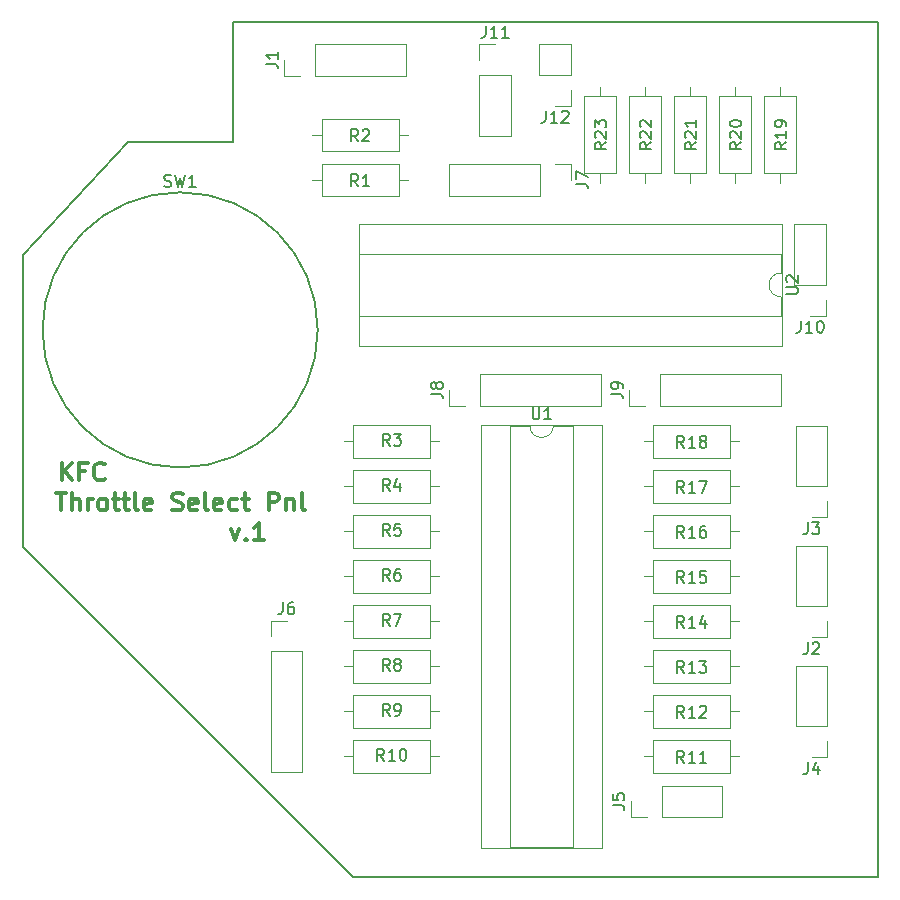
<source format=gbr>
G04 #@! TF.GenerationSoftware,KiCad,Pcbnew,(5.0.1)-4*
G04 #@! TF.CreationDate,2019-02-10T23:31:26-08:00*
G04 #@! TF.ProjectId,ThrottleControl,5468726F74746C65436F6E74726F6C2E,rev?*
G04 #@! TF.SameCoordinates,Original*
G04 #@! TF.FileFunction,Legend,Top*
G04 #@! TF.FilePolarity,Positive*
%FSLAX46Y46*%
G04 Gerber Fmt 4.6, Leading zero omitted, Abs format (unit mm)*
G04 Created by KiCad (PCBNEW (5.0.1)-4) date 2/10/2019 11:31:26 PM*
%MOMM*%
%LPD*%
G01*
G04 APERTURE LIST*
%ADD10C,0.300000*%
%ADD11C,0.200000*%
%ADD12C,0.120000*%
%ADD13C,0.150000*%
G04 APERTURE END LIST*
D10*
X123666428Y-87943571D02*
X124023571Y-88943571D01*
X124380714Y-87943571D01*
X124952142Y-88800714D02*
X125023571Y-88872142D01*
X124952142Y-88943571D01*
X124880714Y-88872142D01*
X124952142Y-88800714D01*
X124952142Y-88943571D01*
X126452142Y-88943571D02*
X125595000Y-88943571D01*
X126023571Y-88943571D02*
X126023571Y-87443571D01*
X125880714Y-87657857D01*
X125737857Y-87800714D01*
X125595000Y-87872142D01*
X109339285Y-83863571D02*
X109339285Y-82363571D01*
X110196428Y-83863571D02*
X109553571Y-83006428D01*
X110196428Y-82363571D02*
X109339285Y-83220714D01*
X111339285Y-83077857D02*
X110839285Y-83077857D01*
X110839285Y-83863571D02*
X110839285Y-82363571D01*
X111553571Y-82363571D01*
X112982142Y-83720714D02*
X112910714Y-83792142D01*
X112696428Y-83863571D01*
X112553571Y-83863571D01*
X112339285Y-83792142D01*
X112196428Y-83649285D01*
X112125000Y-83506428D01*
X112053571Y-83220714D01*
X112053571Y-83006428D01*
X112125000Y-82720714D01*
X112196428Y-82577857D01*
X112339285Y-82435000D01*
X112553571Y-82363571D01*
X112696428Y-82363571D01*
X112910714Y-82435000D01*
X112982142Y-82506428D01*
X108872142Y-84903571D02*
X109729285Y-84903571D01*
X109300714Y-86403571D02*
X109300714Y-84903571D01*
X110229285Y-86403571D02*
X110229285Y-84903571D01*
X110872142Y-86403571D02*
X110872142Y-85617857D01*
X110800714Y-85475000D01*
X110657857Y-85403571D01*
X110443571Y-85403571D01*
X110300714Y-85475000D01*
X110229285Y-85546428D01*
X111586428Y-86403571D02*
X111586428Y-85403571D01*
X111586428Y-85689285D02*
X111657857Y-85546428D01*
X111729285Y-85475000D01*
X111872142Y-85403571D01*
X112015000Y-85403571D01*
X112729285Y-86403571D02*
X112586428Y-86332142D01*
X112515000Y-86260714D01*
X112443571Y-86117857D01*
X112443571Y-85689285D01*
X112515000Y-85546428D01*
X112586428Y-85475000D01*
X112729285Y-85403571D01*
X112943571Y-85403571D01*
X113086428Y-85475000D01*
X113157857Y-85546428D01*
X113229285Y-85689285D01*
X113229285Y-86117857D01*
X113157857Y-86260714D01*
X113086428Y-86332142D01*
X112943571Y-86403571D01*
X112729285Y-86403571D01*
X113657857Y-85403571D02*
X114229285Y-85403571D01*
X113872142Y-84903571D02*
X113872142Y-86189285D01*
X113943571Y-86332142D01*
X114086428Y-86403571D01*
X114229285Y-86403571D01*
X114515000Y-85403571D02*
X115086428Y-85403571D01*
X114729285Y-84903571D02*
X114729285Y-86189285D01*
X114800714Y-86332142D01*
X114943571Y-86403571D01*
X115086428Y-86403571D01*
X115800714Y-86403571D02*
X115657857Y-86332142D01*
X115586428Y-86189285D01*
X115586428Y-84903571D01*
X116943571Y-86332142D02*
X116800714Y-86403571D01*
X116515000Y-86403571D01*
X116372142Y-86332142D01*
X116300714Y-86189285D01*
X116300714Y-85617857D01*
X116372142Y-85475000D01*
X116515000Y-85403571D01*
X116800714Y-85403571D01*
X116943571Y-85475000D01*
X117015000Y-85617857D01*
X117015000Y-85760714D01*
X116300714Y-85903571D01*
X118729285Y-86332142D02*
X118943571Y-86403571D01*
X119300714Y-86403571D01*
X119443571Y-86332142D01*
X119515000Y-86260714D01*
X119586428Y-86117857D01*
X119586428Y-85975000D01*
X119515000Y-85832142D01*
X119443571Y-85760714D01*
X119300714Y-85689285D01*
X119015000Y-85617857D01*
X118872142Y-85546428D01*
X118800714Y-85475000D01*
X118729285Y-85332142D01*
X118729285Y-85189285D01*
X118800714Y-85046428D01*
X118872142Y-84975000D01*
X119015000Y-84903571D01*
X119372142Y-84903571D01*
X119586428Y-84975000D01*
X120800714Y-86332142D02*
X120657857Y-86403571D01*
X120372142Y-86403571D01*
X120229285Y-86332142D01*
X120157857Y-86189285D01*
X120157857Y-85617857D01*
X120229285Y-85475000D01*
X120372142Y-85403571D01*
X120657857Y-85403571D01*
X120800714Y-85475000D01*
X120872142Y-85617857D01*
X120872142Y-85760714D01*
X120157857Y-85903571D01*
X121729285Y-86403571D02*
X121586428Y-86332142D01*
X121515000Y-86189285D01*
X121515000Y-84903571D01*
X122872142Y-86332142D02*
X122729285Y-86403571D01*
X122443571Y-86403571D01*
X122300714Y-86332142D01*
X122229285Y-86189285D01*
X122229285Y-85617857D01*
X122300714Y-85475000D01*
X122443571Y-85403571D01*
X122729285Y-85403571D01*
X122872142Y-85475000D01*
X122943571Y-85617857D01*
X122943571Y-85760714D01*
X122229285Y-85903571D01*
X124229285Y-86332142D02*
X124086428Y-86403571D01*
X123800714Y-86403571D01*
X123657857Y-86332142D01*
X123586428Y-86260714D01*
X123515000Y-86117857D01*
X123515000Y-85689285D01*
X123586428Y-85546428D01*
X123657857Y-85475000D01*
X123800714Y-85403571D01*
X124086428Y-85403571D01*
X124229285Y-85475000D01*
X124657857Y-85403571D02*
X125229285Y-85403571D01*
X124872142Y-84903571D02*
X124872142Y-86189285D01*
X124943571Y-86332142D01*
X125086428Y-86403571D01*
X125229285Y-86403571D01*
X126872142Y-86403571D02*
X126872142Y-84903571D01*
X127443571Y-84903571D01*
X127586428Y-84975000D01*
X127657857Y-85046428D01*
X127729285Y-85189285D01*
X127729285Y-85403571D01*
X127657857Y-85546428D01*
X127586428Y-85617857D01*
X127443571Y-85689285D01*
X126872142Y-85689285D01*
X128372142Y-85403571D02*
X128372142Y-86403571D01*
X128372142Y-85546428D02*
X128443571Y-85475000D01*
X128586428Y-85403571D01*
X128800714Y-85403571D01*
X128943571Y-85475000D01*
X129015000Y-85617857D01*
X129015000Y-86403571D01*
X129943571Y-86403571D02*
X129800714Y-86332142D01*
X129729285Y-86189285D01*
X129729285Y-84903571D01*
D11*
X178435000Y-117475000D02*
X178435000Y-45085000D01*
X133985000Y-117475000D02*
X178435000Y-117475000D01*
X106045000Y-89535000D02*
X133985000Y-117475000D01*
X106045000Y-64770000D02*
X106045000Y-89535000D01*
X114935000Y-55245000D02*
X106045000Y-64770000D01*
X123825000Y-55245000D02*
X114935000Y-55245000D01*
X123825000Y-45085000D02*
X123825000Y-55245000D01*
X178435000Y-45085000D02*
X123825000Y-45085000D01*
D12*
G04 #@! TO.C,J7*
X142180000Y-57090000D02*
X142180000Y-59750000D01*
X149860000Y-57090000D02*
X142180000Y-57090000D01*
X149860000Y-59750000D02*
X142180000Y-59750000D01*
X149860000Y-57090000D02*
X149860000Y-59750000D01*
X151130000Y-57090000D02*
X152460000Y-57090000D01*
X152460000Y-57090000D02*
X152460000Y-58420000D01*
G04 #@! TO.C,J2*
X174174536Y-97128480D02*
X172844536Y-97128480D01*
X174174536Y-95798480D02*
X174174536Y-97128480D01*
X174174536Y-94528480D02*
X171514536Y-94528480D01*
X171514536Y-94528480D02*
X171514536Y-89388480D01*
X174174536Y-94528480D02*
X174174536Y-89388480D01*
X174174536Y-89388480D02*
X171514536Y-89388480D01*
G04 #@! TO.C,J3*
X174174536Y-79228480D02*
X171514536Y-79228480D01*
X174174536Y-84368480D02*
X174174536Y-79228480D01*
X171514536Y-84368480D02*
X171514536Y-79228480D01*
X174174536Y-84368480D02*
X171514536Y-84368480D01*
X174174536Y-85638480D02*
X174174536Y-86968480D01*
X174174536Y-86968480D02*
X172844536Y-86968480D01*
G04 #@! TO.C,J4*
X174174536Y-99548480D02*
X171514536Y-99548480D01*
X174174536Y-104688480D02*
X174174536Y-99548480D01*
X171514536Y-104688480D02*
X171514536Y-99548480D01*
X174174536Y-104688480D02*
X171514536Y-104688480D01*
X174174536Y-105958480D02*
X174174536Y-107288480D01*
X174174536Y-107288480D02*
X172844536Y-107288480D01*
G04 #@! TO.C,J5*
X157544536Y-112368480D02*
X157544536Y-111038480D01*
X158874536Y-112368480D02*
X157544536Y-112368480D01*
X160144536Y-112368480D02*
X160144536Y-109708480D01*
X160144536Y-109708480D02*
X165284536Y-109708480D01*
X160144536Y-112368480D02*
X165284536Y-112368480D01*
X165284536Y-112368480D02*
X165284536Y-109708480D01*
G04 #@! TO.C,J6*
X127064536Y-108558480D02*
X129724536Y-108558480D01*
X127064536Y-98338480D02*
X127064536Y-108558480D01*
X129724536Y-98338480D02*
X129724536Y-108558480D01*
X127064536Y-98338480D02*
X129724536Y-98338480D01*
X127064536Y-97068480D02*
X127064536Y-95738480D01*
X127064536Y-95738480D02*
X128394536Y-95738480D01*
G04 #@! TO.C,J8*
X142180000Y-77530000D02*
X142180000Y-76200000D01*
X143510000Y-77530000D02*
X142180000Y-77530000D01*
X144780000Y-77530000D02*
X144780000Y-74870000D01*
X144780000Y-74870000D02*
X155000000Y-74870000D01*
X144780000Y-77530000D02*
X155000000Y-77530000D01*
X155000000Y-77530000D02*
X155000000Y-74870000D01*
G04 #@! TO.C,J9*
X170240000Y-77530000D02*
X170240000Y-74870000D01*
X160020000Y-77530000D02*
X170240000Y-77530000D01*
X160020000Y-74870000D02*
X170240000Y-74870000D01*
X160020000Y-77530000D02*
X160020000Y-74870000D01*
X158750000Y-77530000D02*
X157420000Y-77530000D01*
X157420000Y-77530000D02*
X157420000Y-76200000D01*
G04 #@! TO.C,J10*
X174050000Y-69910000D02*
X172720000Y-69910000D01*
X174050000Y-68580000D02*
X174050000Y-69910000D01*
X174050000Y-67310000D02*
X171390000Y-67310000D01*
X171390000Y-67310000D02*
X171390000Y-62170000D01*
X174050000Y-67310000D02*
X174050000Y-62170000D01*
X174050000Y-62170000D02*
X171390000Y-62170000D01*
G04 #@! TO.C,J11*
X144720000Y-54670000D02*
X147380000Y-54670000D01*
X144720000Y-49530000D02*
X144720000Y-54670000D01*
X147380000Y-49530000D02*
X147380000Y-54670000D01*
X144720000Y-49530000D02*
X147380000Y-49530000D01*
X144720000Y-48260000D02*
X144720000Y-46930000D01*
X144720000Y-46930000D02*
X146050000Y-46930000D01*
G04 #@! TO.C,J12*
X152460000Y-46930000D02*
X149800000Y-46930000D01*
X152460000Y-49530000D02*
X152460000Y-46930000D01*
X149800000Y-49530000D02*
X149800000Y-46930000D01*
X152460000Y-49530000D02*
X149800000Y-49530000D01*
X152460000Y-50800000D02*
X152460000Y-52130000D01*
X152460000Y-52130000D02*
X151130000Y-52130000D01*
G04 #@! TO.C,R1*
X130580000Y-58420000D02*
X131350000Y-58420000D01*
X138660000Y-58420000D02*
X137890000Y-58420000D01*
X131350000Y-59790000D02*
X137890000Y-59790000D01*
X131350000Y-57050000D02*
X131350000Y-59790000D01*
X137890000Y-57050000D02*
X131350000Y-57050000D01*
X137890000Y-59790000D02*
X137890000Y-57050000D01*
G04 #@! TO.C,R2*
X137890000Y-55980000D02*
X137890000Y-53240000D01*
X137890000Y-53240000D02*
X131350000Y-53240000D01*
X131350000Y-53240000D02*
X131350000Y-55980000D01*
X131350000Y-55980000D02*
X137890000Y-55980000D01*
X138660000Y-54610000D02*
X137890000Y-54610000D01*
X130580000Y-54610000D02*
X131350000Y-54610000D01*
G04 #@! TO.C,R3*
X141324536Y-80558480D02*
X140554536Y-80558480D01*
X133244536Y-80558480D02*
X134014536Y-80558480D01*
X140554536Y-79188480D02*
X134014536Y-79188480D01*
X140554536Y-81928480D02*
X140554536Y-79188480D01*
X134014536Y-81928480D02*
X140554536Y-81928480D01*
X134014536Y-79188480D02*
X134014536Y-81928480D01*
G04 #@! TO.C,R4*
X134014536Y-82998480D02*
X134014536Y-85738480D01*
X134014536Y-85738480D02*
X140554536Y-85738480D01*
X140554536Y-85738480D02*
X140554536Y-82998480D01*
X140554536Y-82998480D02*
X134014536Y-82998480D01*
X133244536Y-84368480D02*
X134014536Y-84368480D01*
X141324536Y-84368480D02*
X140554536Y-84368480D01*
G04 #@! TO.C,R5*
X141324536Y-88178480D02*
X140554536Y-88178480D01*
X133244536Y-88178480D02*
X134014536Y-88178480D01*
X140554536Y-86808480D02*
X134014536Y-86808480D01*
X140554536Y-89548480D02*
X140554536Y-86808480D01*
X134014536Y-89548480D02*
X140554536Y-89548480D01*
X134014536Y-86808480D02*
X134014536Y-89548480D01*
G04 #@! TO.C,R6*
X134014536Y-90618480D02*
X134014536Y-93358480D01*
X134014536Y-93358480D02*
X140554536Y-93358480D01*
X140554536Y-93358480D02*
X140554536Y-90618480D01*
X140554536Y-90618480D02*
X134014536Y-90618480D01*
X133244536Y-91988480D02*
X134014536Y-91988480D01*
X141324536Y-91988480D02*
X140554536Y-91988480D01*
G04 #@! TO.C,R7*
X141324536Y-95798480D02*
X140554536Y-95798480D01*
X133244536Y-95798480D02*
X134014536Y-95798480D01*
X140554536Y-94428480D02*
X134014536Y-94428480D01*
X140554536Y-97168480D02*
X140554536Y-94428480D01*
X134014536Y-97168480D02*
X140554536Y-97168480D01*
X134014536Y-94428480D02*
X134014536Y-97168480D01*
G04 #@! TO.C,R8*
X134014536Y-98238480D02*
X134014536Y-100978480D01*
X134014536Y-100978480D02*
X140554536Y-100978480D01*
X140554536Y-100978480D02*
X140554536Y-98238480D01*
X140554536Y-98238480D02*
X134014536Y-98238480D01*
X133244536Y-99608480D02*
X134014536Y-99608480D01*
X141324536Y-99608480D02*
X140554536Y-99608480D01*
G04 #@! TO.C,R9*
X141324536Y-103418480D02*
X140554536Y-103418480D01*
X133244536Y-103418480D02*
X134014536Y-103418480D01*
X140554536Y-102048480D02*
X134014536Y-102048480D01*
X140554536Y-104788480D02*
X140554536Y-102048480D01*
X134014536Y-104788480D02*
X140554536Y-104788480D01*
X134014536Y-102048480D02*
X134014536Y-104788480D01*
G04 #@! TO.C,R10*
X134014536Y-105858480D02*
X134014536Y-108598480D01*
X134014536Y-108598480D02*
X140554536Y-108598480D01*
X140554536Y-108598480D02*
X140554536Y-105858480D01*
X140554536Y-105858480D02*
X134014536Y-105858480D01*
X133244536Y-107228480D02*
X134014536Y-107228480D01*
X141324536Y-107228480D02*
X140554536Y-107228480D01*
G04 #@! TO.C,R11*
X158644536Y-107228480D02*
X159414536Y-107228480D01*
X166724536Y-107228480D02*
X165954536Y-107228480D01*
X159414536Y-108598480D02*
X165954536Y-108598480D01*
X159414536Y-105858480D02*
X159414536Y-108598480D01*
X165954536Y-105858480D02*
X159414536Y-105858480D01*
X165954536Y-108598480D02*
X165954536Y-105858480D01*
G04 #@! TO.C,R12*
X165954536Y-104788480D02*
X165954536Y-102048480D01*
X165954536Y-102048480D02*
X159414536Y-102048480D01*
X159414536Y-102048480D02*
X159414536Y-104788480D01*
X159414536Y-104788480D02*
X165954536Y-104788480D01*
X166724536Y-103418480D02*
X165954536Y-103418480D01*
X158644536Y-103418480D02*
X159414536Y-103418480D01*
G04 #@! TO.C,R13*
X158644536Y-99608480D02*
X159414536Y-99608480D01*
X166724536Y-99608480D02*
X165954536Y-99608480D01*
X159414536Y-100978480D02*
X165954536Y-100978480D01*
X159414536Y-98238480D02*
X159414536Y-100978480D01*
X165954536Y-98238480D02*
X159414536Y-98238480D01*
X165954536Y-100978480D02*
X165954536Y-98238480D01*
G04 #@! TO.C,R14*
X165954536Y-97168480D02*
X165954536Y-94428480D01*
X165954536Y-94428480D02*
X159414536Y-94428480D01*
X159414536Y-94428480D02*
X159414536Y-97168480D01*
X159414536Y-97168480D02*
X165954536Y-97168480D01*
X166724536Y-95798480D02*
X165954536Y-95798480D01*
X158644536Y-95798480D02*
X159414536Y-95798480D01*
G04 #@! TO.C,R15*
X158644536Y-91988480D02*
X159414536Y-91988480D01*
X166724536Y-91988480D02*
X165954536Y-91988480D01*
X159414536Y-93358480D02*
X165954536Y-93358480D01*
X159414536Y-90618480D02*
X159414536Y-93358480D01*
X165954536Y-90618480D02*
X159414536Y-90618480D01*
X165954536Y-93358480D02*
X165954536Y-90618480D01*
G04 #@! TO.C,R16*
X165954536Y-89548480D02*
X165954536Y-86808480D01*
X165954536Y-86808480D02*
X159414536Y-86808480D01*
X159414536Y-86808480D02*
X159414536Y-89548480D01*
X159414536Y-89548480D02*
X165954536Y-89548480D01*
X166724536Y-88178480D02*
X165954536Y-88178480D01*
X158644536Y-88178480D02*
X159414536Y-88178480D01*
G04 #@! TO.C,R17*
X158644536Y-84368480D02*
X159414536Y-84368480D01*
X166724536Y-84368480D02*
X165954536Y-84368480D01*
X159414536Y-85738480D02*
X165954536Y-85738480D01*
X159414536Y-82998480D02*
X159414536Y-85738480D01*
X165954536Y-82998480D02*
X159414536Y-82998480D01*
X165954536Y-85738480D02*
X165954536Y-82998480D01*
G04 #@! TO.C,R18*
X165954536Y-81928480D02*
X165954536Y-79188480D01*
X165954536Y-79188480D02*
X159414536Y-79188480D01*
X159414536Y-79188480D02*
X159414536Y-81928480D01*
X159414536Y-81928480D02*
X165954536Y-81928480D01*
X166724536Y-80558480D02*
X165954536Y-80558480D01*
X158644536Y-80558480D02*
X159414536Y-80558480D01*
G04 #@! TO.C,R19*
X171550000Y-51340000D02*
X168810000Y-51340000D01*
X168810000Y-51340000D02*
X168810000Y-57880000D01*
X168810000Y-57880000D02*
X171550000Y-57880000D01*
X171550000Y-57880000D02*
X171550000Y-51340000D01*
X170180000Y-50570000D02*
X170180000Y-51340000D01*
X170180000Y-58650000D02*
X170180000Y-57880000D01*
G04 #@! TO.C,R20*
X166370000Y-58650000D02*
X166370000Y-57880000D01*
X166370000Y-50570000D02*
X166370000Y-51340000D01*
X167740000Y-57880000D02*
X167740000Y-51340000D01*
X165000000Y-57880000D02*
X167740000Y-57880000D01*
X165000000Y-51340000D02*
X165000000Y-57880000D01*
X167740000Y-51340000D02*
X165000000Y-51340000D01*
G04 #@! TO.C,R21*
X163930000Y-51340000D02*
X161190000Y-51340000D01*
X161190000Y-51340000D02*
X161190000Y-57880000D01*
X161190000Y-57880000D02*
X163930000Y-57880000D01*
X163930000Y-57880000D02*
X163930000Y-51340000D01*
X162560000Y-50570000D02*
X162560000Y-51340000D01*
X162560000Y-58650000D02*
X162560000Y-57880000D01*
G04 #@! TO.C,R22*
X160120000Y-51340000D02*
X157380000Y-51340000D01*
X157380000Y-51340000D02*
X157380000Y-57880000D01*
X157380000Y-57880000D02*
X160120000Y-57880000D01*
X160120000Y-57880000D02*
X160120000Y-51340000D01*
X158750000Y-50570000D02*
X158750000Y-51340000D01*
X158750000Y-58650000D02*
X158750000Y-57880000D01*
G04 #@! TO.C,R23*
X154940000Y-58650000D02*
X154940000Y-57880000D01*
X154940000Y-50570000D02*
X154940000Y-51340000D01*
X156310000Y-57880000D02*
X156310000Y-51340000D01*
X153570000Y-57880000D02*
X156310000Y-57880000D01*
X153570000Y-51340000D02*
X153570000Y-57880000D01*
X156310000Y-51340000D02*
X153570000Y-51340000D01*
D13*
G04 #@! TO.C,SW1*
X131030000Y-71120000D02*
G75*
G03X131030000Y-71120000I-11650000J0D01*
G01*
D12*
G04 #@! TO.C,U1*
X150984536Y-79228480D02*
G75*
G02X148984536Y-79228480I-1000000J0D01*
G01*
X148984536Y-79228480D02*
X147334536Y-79228480D01*
X147334536Y-79228480D02*
X147334536Y-114908480D01*
X147334536Y-114908480D02*
X152634536Y-114908480D01*
X152634536Y-114908480D02*
X152634536Y-79228480D01*
X152634536Y-79228480D02*
X150984536Y-79228480D01*
X144844536Y-79168480D02*
X144844536Y-114968480D01*
X144844536Y-114968480D02*
X155124536Y-114968480D01*
X155124536Y-114968480D02*
X155124536Y-79168480D01*
X155124536Y-79168480D02*
X144844536Y-79168480D01*
G04 #@! TO.C,U2*
X170300000Y-72450000D02*
X170300000Y-62170000D01*
X134500000Y-72450000D02*
X170300000Y-72450000D01*
X134500000Y-62170000D02*
X134500000Y-72450000D01*
X170300000Y-62170000D02*
X134500000Y-62170000D01*
X170240000Y-69960000D02*
X170240000Y-68310000D01*
X134560000Y-69960000D02*
X170240000Y-69960000D01*
X134560000Y-64660000D02*
X134560000Y-69960000D01*
X170240000Y-64660000D02*
X134560000Y-64660000D01*
X170240000Y-66310000D02*
X170240000Y-64660000D01*
X170240000Y-68310000D02*
G75*
G02X170240000Y-66310000I0J1000000D01*
G01*
G04 #@! TO.C,J1*
X138490000Y-49590000D02*
X138490000Y-46930000D01*
X130810000Y-49590000D02*
X138490000Y-49590000D01*
X130810000Y-46930000D02*
X138490000Y-46930000D01*
X130810000Y-49590000D02*
X130810000Y-46930000D01*
X129540000Y-49590000D02*
X128210000Y-49590000D01*
X128210000Y-49590000D02*
X128210000Y-48260000D01*
G04 #@! TD*
G04 #@! TO.C,J7*
D13*
X152912380Y-58753333D02*
X153626666Y-58753333D01*
X153769523Y-58800952D01*
X153864761Y-58896190D01*
X153912380Y-59039047D01*
X153912380Y-59134285D01*
X152912380Y-58372380D02*
X152912380Y-57705714D01*
X153912380Y-58134285D01*
G04 #@! TO.C,J2*
X172511202Y-97580860D02*
X172511202Y-98295146D01*
X172463583Y-98438003D01*
X172368345Y-98533241D01*
X172225488Y-98580860D01*
X172130250Y-98580860D01*
X172939774Y-97676099D02*
X172987393Y-97628480D01*
X173082631Y-97580860D01*
X173320726Y-97580860D01*
X173415964Y-97628480D01*
X173463583Y-97676099D01*
X173511202Y-97771337D01*
X173511202Y-97866575D01*
X173463583Y-98009432D01*
X172892155Y-98580860D01*
X173511202Y-98580860D01*
G04 #@! TO.C,J3*
X172511202Y-87420860D02*
X172511202Y-88135146D01*
X172463583Y-88278003D01*
X172368345Y-88373241D01*
X172225488Y-88420860D01*
X172130250Y-88420860D01*
X172892155Y-87420860D02*
X173511202Y-87420860D01*
X173177869Y-87801813D01*
X173320726Y-87801813D01*
X173415964Y-87849432D01*
X173463583Y-87897051D01*
X173511202Y-87992289D01*
X173511202Y-88230384D01*
X173463583Y-88325622D01*
X173415964Y-88373241D01*
X173320726Y-88420860D01*
X173035012Y-88420860D01*
X172939774Y-88373241D01*
X172892155Y-88325622D01*
G04 #@! TO.C,J4*
X172511202Y-107740860D02*
X172511202Y-108455146D01*
X172463583Y-108598003D01*
X172368345Y-108693241D01*
X172225488Y-108740860D01*
X172130250Y-108740860D01*
X173415964Y-108074194D02*
X173415964Y-108740860D01*
X173177869Y-107693241D02*
X172939774Y-108407527D01*
X173558821Y-108407527D01*
G04 #@! TO.C,J5*
X155996916Y-111371813D02*
X156711202Y-111371813D01*
X156854059Y-111419432D01*
X156949297Y-111514670D01*
X156996916Y-111657527D01*
X156996916Y-111752765D01*
X155996916Y-110419432D02*
X155996916Y-110895622D01*
X156473107Y-110943241D01*
X156425488Y-110895622D01*
X156377869Y-110800384D01*
X156377869Y-110562289D01*
X156425488Y-110467051D01*
X156473107Y-110419432D01*
X156568345Y-110371813D01*
X156806440Y-110371813D01*
X156901678Y-110419432D01*
X156949297Y-110467051D01*
X156996916Y-110562289D01*
X156996916Y-110800384D01*
X156949297Y-110895622D01*
X156901678Y-110943241D01*
G04 #@! TO.C,J6*
X128061202Y-94190860D02*
X128061202Y-94905146D01*
X128013583Y-95048003D01*
X127918345Y-95143241D01*
X127775488Y-95190860D01*
X127680250Y-95190860D01*
X128965964Y-94190860D02*
X128775488Y-94190860D01*
X128680250Y-94238480D01*
X128632631Y-94286099D01*
X128537393Y-94428956D01*
X128489774Y-94619432D01*
X128489774Y-95000384D01*
X128537393Y-95095622D01*
X128585012Y-95143241D01*
X128680250Y-95190860D01*
X128870726Y-95190860D01*
X128965964Y-95143241D01*
X129013583Y-95095622D01*
X129061202Y-95000384D01*
X129061202Y-94762289D01*
X129013583Y-94667051D01*
X128965964Y-94619432D01*
X128870726Y-94571813D01*
X128680250Y-94571813D01*
X128585012Y-94619432D01*
X128537393Y-94667051D01*
X128489774Y-94762289D01*
G04 #@! TO.C,J8*
X140632380Y-76533333D02*
X141346666Y-76533333D01*
X141489523Y-76580952D01*
X141584761Y-76676190D01*
X141632380Y-76819047D01*
X141632380Y-76914285D01*
X141060952Y-75914285D02*
X141013333Y-76009523D01*
X140965714Y-76057142D01*
X140870476Y-76104761D01*
X140822857Y-76104761D01*
X140727619Y-76057142D01*
X140680000Y-76009523D01*
X140632380Y-75914285D01*
X140632380Y-75723809D01*
X140680000Y-75628571D01*
X140727619Y-75580952D01*
X140822857Y-75533333D01*
X140870476Y-75533333D01*
X140965714Y-75580952D01*
X141013333Y-75628571D01*
X141060952Y-75723809D01*
X141060952Y-75914285D01*
X141108571Y-76009523D01*
X141156190Y-76057142D01*
X141251428Y-76104761D01*
X141441904Y-76104761D01*
X141537142Y-76057142D01*
X141584761Y-76009523D01*
X141632380Y-75914285D01*
X141632380Y-75723809D01*
X141584761Y-75628571D01*
X141537142Y-75580952D01*
X141441904Y-75533333D01*
X141251428Y-75533333D01*
X141156190Y-75580952D01*
X141108571Y-75628571D01*
X141060952Y-75723809D01*
G04 #@! TO.C,J9*
X155872380Y-76533333D02*
X156586666Y-76533333D01*
X156729523Y-76580952D01*
X156824761Y-76676190D01*
X156872380Y-76819047D01*
X156872380Y-76914285D01*
X156872380Y-76009523D02*
X156872380Y-75819047D01*
X156824761Y-75723809D01*
X156777142Y-75676190D01*
X156634285Y-75580952D01*
X156443809Y-75533333D01*
X156062857Y-75533333D01*
X155967619Y-75580952D01*
X155920000Y-75628571D01*
X155872380Y-75723809D01*
X155872380Y-75914285D01*
X155920000Y-76009523D01*
X155967619Y-76057142D01*
X156062857Y-76104761D01*
X156300952Y-76104761D01*
X156396190Y-76057142D01*
X156443809Y-76009523D01*
X156491428Y-75914285D01*
X156491428Y-75723809D01*
X156443809Y-75628571D01*
X156396190Y-75580952D01*
X156300952Y-75533333D01*
G04 #@! TO.C,J10*
X171910476Y-70362380D02*
X171910476Y-71076666D01*
X171862857Y-71219523D01*
X171767619Y-71314761D01*
X171624761Y-71362380D01*
X171529523Y-71362380D01*
X172910476Y-71362380D02*
X172339047Y-71362380D01*
X172624761Y-71362380D02*
X172624761Y-70362380D01*
X172529523Y-70505238D01*
X172434285Y-70600476D01*
X172339047Y-70648095D01*
X173529523Y-70362380D02*
X173624761Y-70362380D01*
X173720000Y-70410000D01*
X173767619Y-70457619D01*
X173815238Y-70552857D01*
X173862857Y-70743333D01*
X173862857Y-70981428D01*
X173815238Y-71171904D01*
X173767619Y-71267142D01*
X173720000Y-71314761D01*
X173624761Y-71362380D01*
X173529523Y-71362380D01*
X173434285Y-71314761D01*
X173386666Y-71267142D01*
X173339047Y-71171904D01*
X173291428Y-70981428D01*
X173291428Y-70743333D01*
X173339047Y-70552857D01*
X173386666Y-70457619D01*
X173434285Y-70410000D01*
X173529523Y-70362380D01*
G04 #@! TO.C,J11*
X145240476Y-45382380D02*
X145240476Y-46096666D01*
X145192857Y-46239523D01*
X145097619Y-46334761D01*
X144954761Y-46382380D01*
X144859523Y-46382380D01*
X146240476Y-46382380D02*
X145669047Y-46382380D01*
X145954761Y-46382380D02*
X145954761Y-45382380D01*
X145859523Y-45525238D01*
X145764285Y-45620476D01*
X145669047Y-45668095D01*
X147192857Y-46382380D02*
X146621428Y-46382380D01*
X146907142Y-46382380D02*
X146907142Y-45382380D01*
X146811904Y-45525238D01*
X146716666Y-45620476D01*
X146621428Y-45668095D01*
G04 #@! TO.C,J12*
X150320476Y-52582380D02*
X150320476Y-53296666D01*
X150272857Y-53439523D01*
X150177619Y-53534761D01*
X150034761Y-53582380D01*
X149939523Y-53582380D01*
X151320476Y-53582380D02*
X150749047Y-53582380D01*
X151034761Y-53582380D02*
X151034761Y-52582380D01*
X150939523Y-52725238D01*
X150844285Y-52820476D01*
X150749047Y-52868095D01*
X151701428Y-52677619D02*
X151749047Y-52630000D01*
X151844285Y-52582380D01*
X152082380Y-52582380D01*
X152177619Y-52630000D01*
X152225238Y-52677619D01*
X152272857Y-52772857D01*
X152272857Y-52868095D01*
X152225238Y-53010952D01*
X151653809Y-53582380D01*
X152272857Y-53582380D01*
G04 #@! TO.C,R1*
X134453333Y-58956380D02*
X134120000Y-58480190D01*
X133881904Y-58956380D02*
X133881904Y-57956380D01*
X134262857Y-57956380D01*
X134358095Y-58004000D01*
X134405714Y-58051619D01*
X134453333Y-58146857D01*
X134453333Y-58289714D01*
X134405714Y-58384952D01*
X134358095Y-58432571D01*
X134262857Y-58480190D01*
X133881904Y-58480190D01*
X135405714Y-58956380D02*
X134834285Y-58956380D01*
X135120000Y-58956380D02*
X135120000Y-57956380D01*
X135024761Y-58099238D01*
X134929523Y-58194476D01*
X134834285Y-58242095D01*
G04 #@! TO.C,R2*
X134453333Y-55146380D02*
X134120000Y-54670190D01*
X133881904Y-55146380D02*
X133881904Y-54146380D01*
X134262857Y-54146380D01*
X134358095Y-54194000D01*
X134405714Y-54241619D01*
X134453333Y-54336857D01*
X134453333Y-54479714D01*
X134405714Y-54574952D01*
X134358095Y-54622571D01*
X134262857Y-54670190D01*
X133881904Y-54670190D01*
X134834285Y-54241619D02*
X134881904Y-54194000D01*
X134977142Y-54146380D01*
X135215238Y-54146380D01*
X135310476Y-54194000D01*
X135358095Y-54241619D01*
X135405714Y-54336857D01*
X135405714Y-54432095D01*
X135358095Y-54574952D01*
X134786666Y-55146380D01*
X135405714Y-55146380D01*
G04 #@! TO.C,R3*
X137117869Y-80926860D02*
X136784536Y-80450670D01*
X136546440Y-80926860D02*
X136546440Y-79926860D01*
X136927393Y-79926860D01*
X137022631Y-79974480D01*
X137070250Y-80022099D01*
X137117869Y-80117337D01*
X137117869Y-80260194D01*
X137070250Y-80355432D01*
X137022631Y-80403051D01*
X136927393Y-80450670D01*
X136546440Y-80450670D01*
X137451202Y-79926860D02*
X138070250Y-79926860D01*
X137736916Y-80307813D01*
X137879774Y-80307813D01*
X137975012Y-80355432D01*
X138022631Y-80403051D01*
X138070250Y-80498289D01*
X138070250Y-80736384D01*
X138022631Y-80831622D01*
X137975012Y-80879241D01*
X137879774Y-80926860D01*
X137594059Y-80926860D01*
X137498821Y-80879241D01*
X137451202Y-80831622D01*
G04 #@! TO.C,R4*
X137117869Y-84736860D02*
X136784536Y-84260670D01*
X136546440Y-84736860D02*
X136546440Y-83736860D01*
X136927393Y-83736860D01*
X137022631Y-83784480D01*
X137070250Y-83832099D01*
X137117869Y-83927337D01*
X137117869Y-84070194D01*
X137070250Y-84165432D01*
X137022631Y-84213051D01*
X136927393Y-84260670D01*
X136546440Y-84260670D01*
X137975012Y-84070194D02*
X137975012Y-84736860D01*
X137736916Y-83689241D02*
X137498821Y-84403527D01*
X138117869Y-84403527D01*
G04 #@! TO.C,R5*
X137117869Y-88546860D02*
X136784536Y-88070670D01*
X136546440Y-88546860D02*
X136546440Y-87546860D01*
X136927393Y-87546860D01*
X137022631Y-87594480D01*
X137070250Y-87642099D01*
X137117869Y-87737337D01*
X137117869Y-87880194D01*
X137070250Y-87975432D01*
X137022631Y-88023051D01*
X136927393Y-88070670D01*
X136546440Y-88070670D01*
X138022631Y-87546860D02*
X137546440Y-87546860D01*
X137498821Y-88023051D01*
X137546440Y-87975432D01*
X137641678Y-87927813D01*
X137879774Y-87927813D01*
X137975012Y-87975432D01*
X138022631Y-88023051D01*
X138070250Y-88118289D01*
X138070250Y-88356384D01*
X138022631Y-88451622D01*
X137975012Y-88499241D01*
X137879774Y-88546860D01*
X137641678Y-88546860D01*
X137546440Y-88499241D01*
X137498821Y-88451622D01*
G04 #@! TO.C,R6*
X137117869Y-92356860D02*
X136784536Y-91880670D01*
X136546440Y-92356860D02*
X136546440Y-91356860D01*
X136927393Y-91356860D01*
X137022631Y-91404480D01*
X137070250Y-91452099D01*
X137117869Y-91547337D01*
X137117869Y-91690194D01*
X137070250Y-91785432D01*
X137022631Y-91833051D01*
X136927393Y-91880670D01*
X136546440Y-91880670D01*
X137975012Y-91356860D02*
X137784536Y-91356860D01*
X137689297Y-91404480D01*
X137641678Y-91452099D01*
X137546440Y-91594956D01*
X137498821Y-91785432D01*
X137498821Y-92166384D01*
X137546440Y-92261622D01*
X137594059Y-92309241D01*
X137689297Y-92356860D01*
X137879774Y-92356860D01*
X137975012Y-92309241D01*
X138022631Y-92261622D01*
X138070250Y-92166384D01*
X138070250Y-91928289D01*
X138022631Y-91833051D01*
X137975012Y-91785432D01*
X137879774Y-91737813D01*
X137689297Y-91737813D01*
X137594059Y-91785432D01*
X137546440Y-91833051D01*
X137498821Y-91928289D01*
G04 #@! TO.C,R7*
X137117869Y-96166860D02*
X136784536Y-95690670D01*
X136546440Y-96166860D02*
X136546440Y-95166860D01*
X136927393Y-95166860D01*
X137022631Y-95214480D01*
X137070250Y-95262099D01*
X137117869Y-95357337D01*
X137117869Y-95500194D01*
X137070250Y-95595432D01*
X137022631Y-95643051D01*
X136927393Y-95690670D01*
X136546440Y-95690670D01*
X137451202Y-95166860D02*
X138117869Y-95166860D01*
X137689297Y-96166860D01*
G04 #@! TO.C,R8*
X137117869Y-99976860D02*
X136784536Y-99500670D01*
X136546440Y-99976860D02*
X136546440Y-98976860D01*
X136927393Y-98976860D01*
X137022631Y-99024480D01*
X137070250Y-99072099D01*
X137117869Y-99167337D01*
X137117869Y-99310194D01*
X137070250Y-99405432D01*
X137022631Y-99453051D01*
X136927393Y-99500670D01*
X136546440Y-99500670D01*
X137689297Y-99405432D02*
X137594059Y-99357813D01*
X137546440Y-99310194D01*
X137498821Y-99214956D01*
X137498821Y-99167337D01*
X137546440Y-99072099D01*
X137594059Y-99024480D01*
X137689297Y-98976860D01*
X137879774Y-98976860D01*
X137975012Y-99024480D01*
X138022631Y-99072099D01*
X138070250Y-99167337D01*
X138070250Y-99214956D01*
X138022631Y-99310194D01*
X137975012Y-99357813D01*
X137879774Y-99405432D01*
X137689297Y-99405432D01*
X137594059Y-99453051D01*
X137546440Y-99500670D01*
X137498821Y-99595908D01*
X137498821Y-99786384D01*
X137546440Y-99881622D01*
X137594059Y-99929241D01*
X137689297Y-99976860D01*
X137879774Y-99976860D01*
X137975012Y-99929241D01*
X138022631Y-99881622D01*
X138070250Y-99786384D01*
X138070250Y-99595908D01*
X138022631Y-99500670D01*
X137975012Y-99453051D01*
X137879774Y-99405432D01*
G04 #@! TO.C,R9*
X137117869Y-103786860D02*
X136784536Y-103310670D01*
X136546440Y-103786860D02*
X136546440Y-102786860D01*
X136927393Y-102786860D01*
X137022631Y-102834480D01*
X137070250Y-102882099D01*
X137117869Y-102977337D01*
X137117869Y-103120194D01*
X137070250Y-103215432D01*
X137022631Y-103263051D01*
X136927393Y-103310670D01*
X136546440Y-103310670D01*
X137594059Y-103786860D02*
X137784536Y-103786860D01*
X137879774Y-103739241D01*
X137927393Y-103691622D01*
X138022631Y-103548765D01*
X138070250Y-103358289D01*
X138070250Y-102977337D01*
X138022631Y-102882099D01*
X137975012Y-102834480D01*
X137879774Y-102786860D01*
X137689297Y-102786860D01*
X137594059Y-102834480D01*
X137546440Y-102882099D01*
X137498821Y-102977337D01*
X137498821Y-103215432D01*
X137546440Y-103310670D01*
X137594059Y-103358289D01*
X137689297Y-103405908D01*
X137879774Y-103405908D01*
X137975012Y-103358289D01*
X138022631Y-103310670D01*
X138070250Y-103215432D01*
G04 #@! TO.C,R10*
X136641678Y-107596860D02*
X136308345Y-107120670D01*
X136070250Y-107596860D02*
X136070250Y-106596860D01*
X136451202Y-106596860D01*
X136546440Y-106644480D01*
X136594059Y-106692099D01*
X136641678Y-106787337D01*
X136641678Y-106930194D01*
X136594059Y-107025432D01*
X136546440Y-107073051D01*
X136451202Y-107120670D01*
X136070250Y-107120670D01*
X137594059Y-107596860D02*
X137022631Y-107596860D01*
X137308345Y-107596860D02*
X137308345Y-106596860D01*
X137213107Y-106739718D01*
X137117869Y-106834956D01*
X137022631Y-106882575D01*
X138213107Y-106596860D02*
X138308345Y-106596860D01*
X138403583Y-106644480D01*
X138451202Y-106692099D01*
X138498821Y-106787337D01*
X138546440Y-106977813D01*
X138546440Y-107215908D01*
X138498821Y-107406384D01*
X138451202Y-107501622D01*
X138403583Y-107549241D01*
X138308345Y-107596860D01*
X138213107Y-107596860D01*
X138117869Y-107549241D01*
X138070250Y-107501622D01*
X138022631Y-107406384D01*
X137975012Y-107215908D01*
X137975012Y-106977813D01*
X138022631Y-106787337D01*
X138070250Y-106692099D01*
X138117869Y-106644480D01*
X138213107Y-106596860D01*
G04 #@! TO.C,R11*
X162041678Y-107764860D02*
X161708345Y-107288670D01*
X161470250Y-107764860D02*
X161470250Y-106764860D01*
X161851202Y-106764860D01*
X161946440Y-106812480D01*
X161994059Y-106860099D01*
X162041678Y-106955337D01*
X162041678Y-107098194D01*
X161994059Y-107193432D01*
X161946440Y-107241051D01*
X161851202Y-107288670D01*
X161470250Y-107288670D01*
X162994059Y-107764860D02*
X162422631Y-107764860D01*
X162708345Y-107764860D02*
X162708345Y-106764860D01*
X162613107Y-106907718D01*
X162517869Y-107002956D01*
X162422631Y-107050575D01*
X163946440Y-107764860D02*
X163375012Y-107764860D01*
X163660726Y-107764860D02*
X163660726Y-106764860D01*
X163565488Y-106907718D01*
X163470250Y-107002956D01*
X163375012Y-107050575D01*
G04 #@! TO.C,R12*
X162041678Y-103954860D02*
X161708345Y-103478670D01*
X161470250Y-103954860D02*
X161470250Y-102954860D01*
X161851202Y-102954860D01*
X161946440Y-103002480D01*
X161994059Y-103050099D01*
X162041678Y-103145337D01*
X162041678Y-103288194D01*
X161994059Y-103383432D01*
X161946440Y-103431051D01*
X161851202Y-103478670D01*
X161470250Y-103478670D01*
X162994059Y-103954860D02*
X162422631Y-103954860D01*
X162708345Y-103954860D02*
X162708345Y-102954860D01*
X162613107Y-103097718D01*
X162517869Y-103192956D01*
X162422631Y-103240575D01*
X163375012Y-103050099D02*
X163422631Y-103002480D01*
X163517869Y-102954860D01*
X163755964Y-102954860D01*
X163851202Y-103002480D01*
X163898821Y-103050099D01*
X163946440Y-103145337D01*
X163946440Y-103240575D01*
X163898821Y-103383432D01*
X163327393Y-103954860D01*
X163946440Y-103954860D01*
G04 #@! TO.C,R13*
X162041678Y-100144860D02*
X161708345Y-99668670D01*
X161470250Y-100144860D02*
X161470250Y-99144860D01*
X161851202Y-99144860D01*
X161946440Y-99192480D01*
X161994059Y-99240099D01*
X162041678Y-99335337D01*
X162041678Y-99478194D01*
X161994059Y-99573432D01*
X161946440Y-99621051D01*
X161851202Y-99668670D01*
X161470250Y-99668670D01*
X162994059Y-100144860D02*
X162422631Y-100144860D01*
X162708345Y-100144860D02*
X162708345Y-99144860D01*
X162613107Y-99287718D01*
X162517869Y-99382956D01*
X162422631Y-99430575D01*
X163327393Y-99144860D02*
X163946440Y-99144860D01*
X163613107Y-99525813D01*
X163755964Y-99525813D01*
X163851202Y-99573432D01*
X163898821Y-99621051D01*
X163946440Y-99716289D01*
X163946440Y-99954384D01*
X163898821Y-100049622D01*
X163851202Y-100097241D01*
X163755964Y-100144860D01*
X163470250Y-100144860D01*
X163375012Y-100097241D01*
X163327393Y-100049622D01*
G04 #@! TO.C,R14*
X162041678Y-96334860D02*
X161708345Y-95858670D01*
X161470250Y-96334860D02*
X161470250Y-95334860D01*
X161851202Y-95334860D01*
X161946440Y-95382480D01*
X161994059Y-95430099D01*
X162041678Y-95525337D01*
X162041678Y-95668194D01*
X161994059Y-95763432D01*
X161946440Y-95811051D01*
X161851202Y-95858670D01*
X161470250Y-95858670D01*
X162994059Y-96334860D02*
X162422631Y-96334860D01*
X162708345Y-96334860D02*
X162708345Y-95334860D01*
X162613107Y-95477718D01*
X162517869Y-95572956D01*
X162422631Y-95620575D01*
X163851202Y-95668194D02*
X163851202Y-96334860D01*
X163613107Y-95287241D02*
X163375012Y-96001527D01*
X163994059Y-96001527D01*
G04 #@! TO.C,R15*
X162041678Y-92524860D02*
X161708345Y-92048670D01*
X161470250Y-92524860D02*
X161470250Y-91524860D01*
X161851202Y-91524860D01*
X161946440Y-91572480D01*
X161994059Y-91620099D01*
X162041678Y-91715337D01*
X162041678Y-91858194D01*
X161994059Y-91953432D01*
X161946440Y-92001051D01*
X161851202Y-92048670D01*
X161470250Y-92048670D01*
X162994059Y-92524860D02*
X162422631Y-92524860D01*
X162708345Y-92524860D02*
X162708345Y-91524860D01*
X162613107Y-91667718D01*
X162517869Y-91762956D01*
X162422631Y-91810575D01*
X163898821Y-91524860D02*
X163422631Y-91524860D01*
X163375012Y-92001051D01*
X163422631Y-91953432D01*
X163517869Y-91905813D01*
X163755964Y-91905813D01*
X163851202Y-91953432D01*
X163898821Y-92001051D01*
X163946440Y-92096289D01*
X163946440Y-92334384D01*
X163898821Y-92429622D01*
X163851202Y-92477241D01*
X163755964Y-92524860D01*
X163517869Y-92524860D01*
X163422631Y-92477241D01*
X163375012Y-92429622D01*
G04 #@! TO.C,R16*
X162041678Y-88714860D02*
X161708345Y-88238670D01*
X161470250Y-88714860D02*
X161470250Y-87714860D01*
X161851202Y-87714860D01*
X161946440Y-87762480D01*
X161994059Y-87810099D01*
X162041678Y-87905337D01*
X162041678Y-88048194D01*
X161994059Y-88143432D01*
X161946440Y-88191051D01*
X161851202Y-88238670D01*
X161470250Y-88238670D01*
X162994059Y-88714860D02*
X162422631Y-88714860D01*
X162708345Y-88714860D02*
X162708345Y-87714860D01*
X162613107Y-87857718D01*
X162517869Y-87952956D01*
X162422631Y-88000575D01*
X163851202Y-87714860D02*
X163660726Y-87714860D01*
X163565488Y-87762480D01*
X163517869Y-87810099D01*
X163422631Y-87952956D01*
X163375012Y-88143432D01*
X163375012Y-88524384D01*
X163422631Y-88619622D01*
X163470250Y-88667241D01*
X163565488Y-88714860D01*
X163755964Y-88714860D01*
X163851202Y-88667241D01*
X163898821Y-88619622D01*
X163946440Y-88524384D01*
X163946440Y-88286289D01*
X163898821Y-88191051D01*
X163851202Y-88143432D01*
X163755964Y-88095813D01*
X163565488Y-88095813D01*
X163470250Y-88143432D01*
X163422631Y-88191051D01*
X163375012Y-88286289D01*
G04 #@! TO.C,R17*
X162041678Y-84904860D02*
X161708345Y-84428670D01*
X161470250Y-84904860D02*
X161470250Y-83904860D01*
X161851202Y-83904860D01*
X161946440Y-83952480D01*
X161994059Y-84000099D01*
X162041678Y-84095337D01*
X162041678Y-84238194D01*
X161994059Y-84333432D01*
X161946440Y-84381051D01*
X161851202Y-84428670D01*
X161470250Y-84428670D01*
X162994059Y-84904860D02*
X162422631Y-84904860D01*
X162708345Y-84904860D02*
X162708345Y-83904860D01*
X162613107Y-84047718D01*
X162517869Y-84142956D01*
X162422631Y-84190575D01*
X163327393Y-83904860D02*
X163994059Y-83904860D01*
X163565488Y-84904860D01*
G04 #@! TO.C,R18*
X162041678Y-81094860D02*
X161708345Y-80618670D01*
X161470250Y-81094860D02*
X161470250Y-80094860D01*
X161851202Y-80094860D01*
X161946440Y-80142480D01*
X161994059Y-80190099D01*
X162041678Y-80285337D01*
X162041678Y-80428194D01*
X161994059Y-80523432D01*
X161946440Y-80571051D01*
X161851202Y-80618670D01*
X161470250Y-80618670D01*
X162994059Y-81094860D02*
X162422631Y-81094860D01*
X162708345Y-81094860D02*
X162708345Y-80094860D01*
X162613107Y-80237718D01*
X162517869Y-80332956D01*
X162422631Y-80380575D01*
X163565488Y-80523432D02*
X163470250Y-80475813D01*
X163422631Y-80428194D01*
X163375012Y-80332956D01*
X163375012Y-80285337D01*
X163422631Y-80190099D01*
X163470250Y-80142480D01*
X163565488Y-80094860D01*
X163755964Y-80094860D01*
X163851202Y-80142480D01*
X163898821Y-80190099D01*
X163946440Y-80285337D01*
X163946440Y-80332956D01*
X163898821Y-80428194D01*
X163851202Y-80475813D01*
X163755964Y-80523432D01*
X163565488Y-80523432D01*
X163470250Y-80571051D01*
X163422631Y-80618670D01*
X163375012Y-80713908D01*
X163375012Y-80904384D01*
X163422631Y-80999622D01*
X163470250Y-81047241D01*
X163565488Y-81094860D01*
X163755964Y-81094860D01*
X163851202Y-81047241D01*
X163898821Y-80999622D01*
X163946440Y-80904384D01*
X163946440Y-80713908D01*
X163898821Y-80618670D01*
X163851202Y-80571051D01*
X163755964Y-80523432D01*
G04 #@! TO.C,R19*
X170716380Y-55252857D02*
X170240190Y-55586190D01*
X170716380Y-55824285D02*
X169716380Y-55824285D01*
X169716380Y-55443333D01*
X169764000Y-55348095D01*
X169811619Y-55300476D01*
X169906857Y-55252857D01*
X170049714Y-55252857D01*
X170144952Y-55300476D01*
X170192571Y-55348095D01*
X170240190Y-55443333D01*
X170240190Y-55824285D01*
X170716380Y-54300476D02*
X170716380Y-54871904D01*
X170716380Y-54586190D02*
X169716380Y-54586190D01*
X169859238Y-54681428D01*
X169954476Y-54776666D01*
X170002095Y-54871904D01*
X170716380Y-53824285D02*
X170716380Y-53633809D01*
X170668761Y-53538571D01*
X170621142Y-53490952D01*
X170478285Y-53395714D01*
X170287809Y-53348095D01*
X169906857Y-53348095D01*
X169811619Y-53395714D01*
X169764000Y-53443333D01*
X169716380Y-53538571D01*
X169716380Y-53729047D01*
X169764000Y-53824285D01*
X169811619Y-53871904D01*
X169906857Y-53919523D01*
X170144952Y-53919523D01*
X170240190Y-53871904D01*
X170287809Y-53824285D01*
X170335428Y-53729047D01*
X170335428Y-53538571D01*
X170287809Y-53443333D01*
X170240190Y-53395714D01*
X170144952Y-53348095D01*
G04 #@! TO.C,R20*
X166906380Y-55252857D02*
X166430190Y-55586190D01*
X166906380Y-55824285D02*
X165906380Y-55824285D01*
X165906380Y-55443333D01*
X165954000Y-55348095D01*
X166001619Y-55300476D01*
X166096857Y-55252857D01*
X166239714Y-55252857D01*
X166334952Y-55300476D01*
X166382571Y-55348095D01*
X166430190Y-55443333D01*
X166430190Y-55824285D01*
X166001619Y-54871904D02*
X165954000Y-54824285D01*
X165906380Y-54729047D01*
X165906380Y-54490952D01*
X165954000Y-54395714D01*
X166001619Y-54348095D01*
X166096857Y-54300476D01*
X166192095Y-54300476D01*
X166334952Y-54348095D01*
X166906380Y-54919523D01*
X166906380Y-54300476D01*
X165906380Y-53681428D02*
X165906380Y-53586190D01*
X165954000Y-53490952D01*
X166001619Y-53443333D01*
X166096857Y-53395714D01*
X166287333Y-53348095D01*
X166525428Y-53348095D01*
X166715904Y-53395714D01*
X166811142Y-53443333D01*
X166858761Y-53490952D01*
X166906380Y-53586190D01*
X166906380Y-53681428D01*
X166858761Y-53776666D01*
X166811142Y-53824285D01*
X166715904Y-53871904D01*
X166525428Y-53919523D01*
X166287333Y-53919523D01*
X166096857Y-53871904D01*
X166001619Y-53824285D01*
X165954000Y-53776666D01*
X165906380Y-53681428D01*
G04 #@! TO.C,R21*
X163096380Y-55252857D02*
X162620190Y-55586190D01*
X163096380Y-55824285D02*
X162096380Y-55824285D01*
X162096380Y-55443333D01*
X162144000Y-55348095D01*
X162191619Y-55300476D01*
X162286857Y-55252857D01*
X162429714Y-55252857D01*
X162524952Y-55300476D01*
X162572571Y-55348095D01*
X162620190Y-55443333D01*
X162620190Y-55824285D01*
X162191619Y-54871904D02*
X162144000Y-54824285D01*
X162096380Y-54729047D01*
X162096380Y-54490952D01*
X162144000Y-54395714D01*
X162191619Y-54348095D01*
X162286857Y-54300476D01*
X162382095Y-54300476D01*
X162524952Y-54348095D01*
X163096380Y-54919523D01*
X163096380Y-54300476D01*
X163096380Y-53348095D02*
X163096380Y-53919523D01*
X163096380Y-53633809D02*
X162096380Y-53633809D01*
X162239238Y-53729047D01*
X162334476Y-53824285D01*
X162382095Y-53919523D01*
G04 #@! TO.C,R22*
X159286380Y-55252857D02*
X158810190Y-55586190D01*
X159286380Y-55824285D02*
X158286380Y-55824285D01*
X158286380Y-55443333D01*
X158334000Y-55348095D01*
X158381619Y-55300476D01*
X158476857Y-55252857D01*
X158619714Y-55252857D01*
X158714952Y-55300476D01*
X158762571Y-55348095D01*
X158810190Y-55443333D01*
X158810190Y-55824285D01*
X158381619Y-54871904D02*
X158334000Y-54824285D01*
X158286380Y-54729047D01*
X158286380Y-54490952D01*
X158334000Y-54395714D01*
X158381619Y-54348095D01*
X158476857Y-54300476D01*
X158572095Y-54300476D01*
X158714952Y-54348095D01*
X159286380Y-54919523D01*
X159286380Y-54300476D01*
X158381619Y-53919523D02*
X158334000Y-53871904D01*
X158286380Y-53776666D01*
X158286380Y-53538571D01*
X158334000Y-53443333D01*
X158381619Y-53395714D01*
X158476857Y-53348095D01*
X158572095Y-53348095D01*
X158714952Y-53395714D01*
X159286380Y-53967142D01*
X159286380Y-53348095D01*
G04 #@! TO.C,R23*
X155476380Y-55252857D02*
X155000190Y-55586190D01*
X155476380Y-55824285D02*
X154476380Y-55824285D01*
X154476380Y-55443333D01*
X154524000Y-55348095D01*
X154571619Y-55300476D01*
X154666857Y-55252857D01*
X154809714Y-55252857D01*
X154904952Y-55300476D01*
X154952571Y-55348095D01*
X155000190Y-55443333D01*
X155000190Y-55824285D01*
X154571619Y-54871904D02*
X154524000Y-54824285D01*
X154476380Y-54729047D01*
X154476380Y-54490952D01*
X154524000Y-54395714D01*
X154571619Y-54348095D01*
X154666857Y-54300476D01*
X154762095Y-54300476D01*
X154904952Y-54348095D01*
X155476380Y-54919523D01*
X155476380Y-54300476D01*
X154476380Y-53967142D02*
X154476380Y-53348095D01*
X154857333Y-53681428D01*
X154857333Y-53538571D01*
X154904952Y-53443333D01*
X154952571Y-53395714D01*
X155047809Y-53348095D01*
X155285904Y-53348095D01*
X155381142Y-53395714D01*
X155428761Y-53443333D01*
X155476380Y-53538571D01*
X155476380Y-53824285D01*
X155428761Y-53919523D01*
X155381142Y-53967142D01*
G04 #@! TO.C,SW1*
X118046666Y-58949761D02*
X118189523Y-58997380D01*
X118427619Y-58997380D01*
X118522857Y-58949761D01*
X118570476Y-58902142D01*
X118618095Y-58806904D01*
X118618095Y-58711666D01*
X118570476Y-58616428D01*
X118522857Y-58568809D01*
X118427619Y-58521190D01*
X118237142Y-58473571D01*
X118141904Y-58425952D01*
X118094285Y-58378333D01*
X118046666Y-58283095D01*
X118046666Y-58187857D01*
X118094285Y-58092619D01*
X118141904Y-58045000D01*
X118237142Y-57997380D01*
X118475238Y-57997380D01*
X118618095Y-58045000D01*
X118951428Y-57997380D02*
X119189523Y-58997380D01*
X119380000Y-58283095D01*
X119570476Y-58997380D01*
X119808571Y-57997380D01*
X120713333Y-58997380D02*
X120141904Y-58997380D01*
X120427619Y-58997380D02*
X120427619Y-57997380D01*
X120332380Y-58140238D01*
X120237142Y-58235476D01*
X120141904Y-58283095D01*
G04 #@! TO.C,U1*
X149222631Y-77680860D02*
X149222631Y-78490384D01*
X149270250Y-78585622D01*
X149317869Y-78633241D01*
X149413107Y-78680860D01*
X149603583Y-78680860D01*
X149698821Y-78633241D01*
X149746440Y-78585622D01*
X149794059Y-78490384D01*
X149794059Y-77680860D01*
X150794059Y-78680860D02*
X150222631Y-78680860D01*
X150508345Y-78680860D02*
X150508345Y-77680860D01*
X150413107Y-77823718D01*
X150317869Y-77918956D01*
X150222631Y-77966575D01*
G04 #@! TO.C,U2*
X170692380Y-68071904D02*
X171501904Y-68071904D01*
X171597142Y-68024285D01*
X171644761Y-67976666D01*
X171692380Y-67881428D01*
X171692380Y-67690952D01*
X171644761Y-67595714D01*
X171597142Y-67548095D01*
X171501904Y-67500476D01*
X170692380Y-67500476D01*
X170787619Y-67071904D02*
X170740000Y-67024285D01*
X170692380Y-66929047D01*
X170692380Y-66690952D01*
X170740000Y-66595714D01*
X170787619Y-66548095D01*
X170882857Y-66500476D01*
X170978095Y-66500476D01*
X171120952Y-66548095D01*
X171692380Y-67119523D01*
X171692380Y-66500476D01*
G04 #@! TO.C,J1*
X126662380Y-48593333D02*
X127376666Y-48593333D01*
X127519523Y-48640952D01*
X127614761Y-48736190D01*
X127662380Y-48879047D01*
X127662380Y-48974285D01*
X127662380Y-47593333D02*
X127662380Y-48164761D01*
X127662380Y-47879047D02*
X126662380Y-47879047D01*
X126805238Y-47974285D01*
X126900476Y-48069523D01*
X126948095Y-48164761D01*
G04 #@! TD*
M02*

</source>
